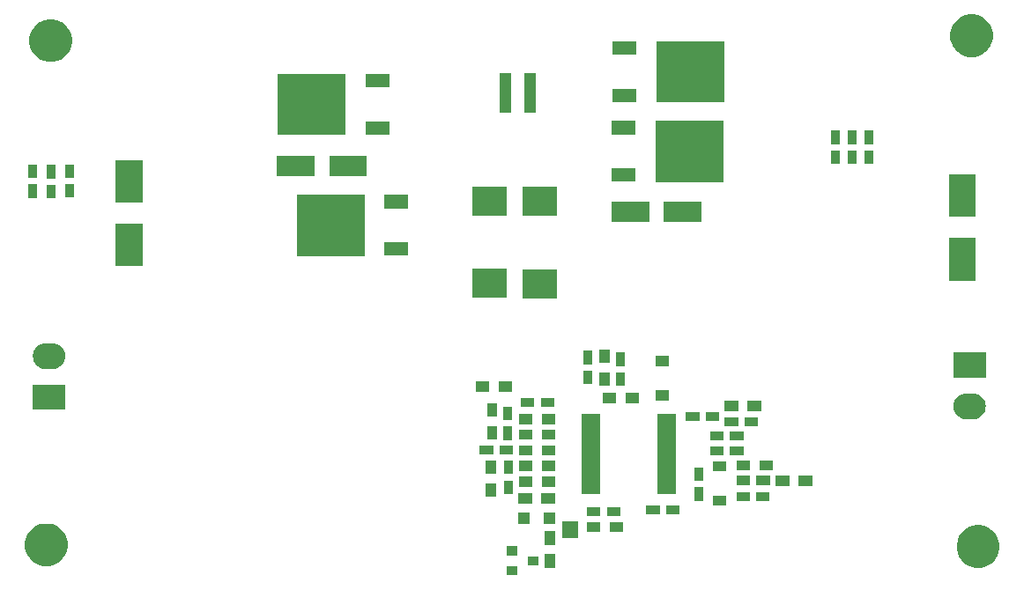
<source format=gbr>
G04 #@! TF.GenerationSoftware,KiCad,Pcbnew,(5.1.0-0)*
G04 #@! TF.CreationDate,2019-05-11T17:44:57+01:00*
G04 #@! TF.ProjectId,LTC3780,4c544333-3738-4302-9e6b-696361645f70,rev?*
G04 #@! TF.SameCoordinates,Original*
G04 #@! TF.FileFunction,Soldermask,Top*
G04 #@! TF.FilePolarity,Negative*
%FSLAX46Y46*%
G04 Gerber Fmt 4.6, Leading zero omitted, Abs format (unit mm)*
G04 Created by KiCad (PCBNEW (5.1.0-0)) date 2019-05-11 17:44:57*
%MOMM*%
%LPD*%
G04 APERTURE LIST*
%ADD10C,0.100000*%
G04 APERTURE END LIST*
D10*
G36*
X168586260Y-104464040D02*
G01*
X167584260Y-104464040D01*
X167584260Y-103562040D01*
X168586260Y-103562040D01*
X168586260Y-104464040D01*
X168586260Y-104464040D01*
G37*
G36*
X213435014Y-99719258D02*
G01*
X213808271Y-99873866D01*
X213808273Y-99873867D01*
X213900908Y-99935764D01*
X214144196Y-100098324D01*
X214429876Y-100384004D01*
X214654334Y-100719929D01*
X214808942Y-101093186D01*
X214887760Y-101489433D01*
X214887760Y-101893447D01*
X214808942Y-102289694D01*
X214695304Y-102564040D01*
X214654333Y-102662953D01*
X214429876Y-102998876D01*
X214144196Y-103284556D01*
X213808273Y-103509013D01*
X213808272Y-103509014D01*
X213808271Y-103509014D01*
X213435014Y-103663622D01*
X213038767Y-103742440D01*
X212634753Y-103742440D01*
X212238506Y-103663622D01*
X211865249Y-103509014D01*
X211865248Y-103509014D01*
X211865247Y-103509013D01*
X211529324Y-103284556D01*
X211243644Y-102998876D01*
X211019187Y-102662953D01*
X210978216Y-102564040D01*
X210864578Y-102289694D01*
X210785760Y-101893447D01*
X210785760Y-101489433D01*
X210864578Y-101093186D01*
X211019186Y-100719929D01*
X211243644Y-100384004D01*
X211529324Y-100098324D01*
X211772612Y-99935764D01*
X211865247Y-99873867D01*
X211865249Y-99873866D01*
X212238506Y-99719258D01*
X212634753Y-99640440D01*
X213038767Y-99640440D01*
X213435014Y-99719258D01*
X213435014Y-99719258D01*
G37*
G36*
X172205000Y-103714220D02*
G01*
X171203000Y-103714220D01*
X171203000Y-102412220D01*
X172205000Y-102412220D01*
X172205000Y-103714220D01*
X172205000Y-103714220D01*
G37*
G36*
X123905094Y-99556698D02*
G01*
X124278351Y-99711306D01*
X124278353Y-99711307D01*
X124290252Y-99719258D01*
X124614276Y-99935764D01*
X124899956Y-100221444D01*
X125124414Y-100557369D01*
X125279022Y-100930626D01*
X125357840Y-101326873D01*
X125357840Y-101730887D01*
X125279022Y-102127134D01*
X125124414Y-102500391D01*
X125124413Y-102500393D01*
X124899956Y-102836316D01*
X124614276Y-103121996D01*
X124278353Y-103346453D01*
X124278352Y-103346454D01*
X124278351Y-103346454D01*
X123905094Y-103501062D01*
X123508847Y-103579880D01*
X123104833Y-103579880D01*
X122708586Y-103501062D01*
X122335329Y-103346454D01*
X122335328Y-103346454D01*
X122335327Y-103346453D01*
X121999404Y-103121996D01*
X121713724Y-102836316D01*
X121489267Y-102500393D01*
X121489266Y-102500391D01*
X121334658Y-102127134D01*
X121255840Y-101730887D01*
X121255840Y-101326873D01*
X121334658Y-100930626D01*
X121489266Y-100557369D01*
X121713724Y-100221444D01*
X121999404Y-99935764D01*
X122323428Y-99719258D01*
X122335327Y-99711307D01*
X122335329Y-99711306D01*
X122708586Y-99556698D01*
X123104833Y-99477880D01*
X123508847Y-99477880D01*
X123905094Y-99556698D01*
X123905094Y-99556698D01*
G37*
G36*
X170586260Y-103514040D02*
G01*
X169584260Y-103514040D01*
X169584260Y-102612040D01*
X170586260Y-102612040D01*
X170586260Y-103514040D01*
X170586260Y-103514040D01*
G37*
G36*
X168586260Y-102564040D02*
G01*
X167584260Y-102564040D01*
X167584260Y-101662040D01*
X168586260Y-101662040D01*
X168586260Y-102564040D01*
X168586260Y-102564040D01*
G37*
G36*
X172205000Y-101514220D02*
G01*
X171203000Y-101514220D01*
X171203000Y-100212220D01*
X172205000Y-100212220D01*
X172205000Y-101514220D01*
X172205000Y-101514220D01*
G37*
G36*
X174440480Y-100871920D02*
G01*
X172838480Y-100871920D01*
X172838480Y-99269920D01*
X174440480Y-99269920D01*
X174440480Y-100871920D01*
X174440480Y-100871920D01*
G37*
G36*
X176558520Y-100310300D02*
G01*
X175256520Y-100310300D01*
X175256520Y-99308300D01*
X176558520Y-99308300D01*
X176558520Y-100310300D01*
X176558520Y-100310300D01*
G37*
G36*
X178758520Y-100310300D02*
G01*
X177456520Y-100310300D01*
X177456520Y-99308300D01*
X178758520Y-99308300D01*
X178758520Y-100310300D01*
X178758520Y-100310300D01*
G37*
G36*
X169714680Y-99489080D02*
G01*
X168612680Y-99489080D01*
X168612680Y-98387080D01*
X169714680Y-98387080D01*
X169714680Y-99489080D01*
X169714680Y-99489080D01*
G37*
G36*
X172214680Y-99489080D02*
G01*
X171112680Y-99489080D01*
X171112680Y-98387080D01*
X172214680Y-98387080D01*
X172214680Y-99489080D01*
X172214680Y-99489080D01*
G37*
G36*
X178458660Y-98769720D02*
G01*
X177156660Y-98769720D01*
X177156660Y-97917720D01*
X178458660Y-97917720D01*
X178458660Y-98769720D01*
X178458660Y-98769720D01*
G37*
G36*
X176558660Y-98769720D02*
G01*
X175256660Y-98769720D01*
X175256660Y-97917720D01*
X176558660Y-97917720D01*
X176558660Y-98769720D01*
X176558660Y-98769720D01*
G37*
G36*
X182245720Y-98617320D02*
G01*
X180943720Y-98617320D01*
X180943720Y-97765320D01*
X182245720Y-97765320D01*
X182245720Y-98617320D01*
X182245720Y-98617320D01*
G37*
G36*
X184145720Y-98617320D02*
G01*
X182843720Y-98617320D01*
X182843720Y-97765320D01*
X184145720Y-97765320D01*
X184145720Y-98617320D01*
X184145720Y-98617320D01*
G37*
G36*
X188666880Y-97771840D02*
G01*
X187364880Y-97771840D01*
X187364880Y-96769840D01*
X188666880Y-96769840D01*
X188666880Y-97771840D01*
X188666880Y-97771840D01*
G37*
G36*
X169974840Y-97569640D02*
G01*
X168672840Y-97569640D01*
X168672840Y-96567640D01*
X169974840Y-96567640D01*
X169974840Y-97569640D01*
X169974840Y-97569640D01*
G37*
G36*
X172174840Y-97569640D02*
G01*
X170872840Y-97569640D01*
X170872840Y-96567640D01*
X172174840Y-96567640D01*
X172174840Y-97569640D01*
X172174840Y-97569640D01*
G37*
G36*
X190912200Y-97327000D02*
G01*
X189610200Y-97327000D01*
X189610200Y-96475000D01*
X190912200Y-96475000D01*
X190912200Y-97327000D01*
X190912200Y-97327000D01*
G37*
G36*
X192812200Y-97327000D02*
G01*
X191510200Y-97327000D01*
X191510200Y-96475000D01*
X192812200Y-96475000D01*
X192812200Y-97327000D01*
X192812200Y-97327000D01*
G37*
G36*
X186420040Y-97275180D02*
G01*
X185568040Y-97275180D01*
X185568040Y-95973180D01*
X186420040Y-95973180D01*
X186420040Y-97275180D01*
X186420040Y-97275180D01*
G37*
G36*
X166505240Y-96881620D02*
G01*
X165503240Y-96881620D01*
X165503240Y-95579620D01*
X166505240Y-95579620D01*
X166505240Y-96881620D01*
X166505240Y-96881620D01*
G37*
G36*
X176517500Y-96634500D02*
G01*
X174764500Y-96634500D01*
X174764500Y-88937900D01*
X176517500Y-88937900D01*
X176517500Y-96634500D01*
X176517500Y-96634500D01*
G37*
G36*
X183781900Y-96634500D02*
G01*
X182028900Y-96634500D01*
X182028900Y-88937900D01*
X183781900Y-88937900D01*
X183781900Y-96634500D01*
X183781900Y-96634500D01*
G37*
G36*
X168101560Y-96627480D02*
G01*
X167249560Y-96627480D01*
X167249560Y-95325480D01*
X168101560Y-95325480D01*
X168101560Y-96627480D01*
X168101560Y-96627480D01*
G37*
G36*
X172205320Y-95941500D02*
G01*
X170903320Y-95941500D01*
X170903320Y-94939500D01*
X172205320Y-94939500D01*
X172205320Y-95941500D01*
X172205320Y-95941500D01*
G37*
G36*
X170005320Y-95941500D02*
G01*
X168703320Y-95941500D01*
X168703320Y-94939500D01*
X170005320Y-94939500D01*
X170005320Y-95941500D01*
X170005320Y-95941500D01*
G37*
G36*
X194694120Y-95852600D02*
G01*
X193392120Y-95852600D01*
X193392120Y-94850600D01*
X194694120Y-94850600D01*
X194694120Y-95852600D01*
X194694120Y-95852600D01*
G37*
G36*
X196894120Y-95852600D02*
G01*
X195592120Y-95852600D01*
X195592120Y-94850600D01*
X196894120Y-94850600D01*
X196894120Y-95852600D01*
X196894120Y-95852600D01*
G37*
G36*
X192837600Y-95752200D02*
G01*
X191535600Y-95752200D01*
X191535600Y-94900200D01*
X192837600Y-94900200D01*
X192837600Y-95752200D01*
X192837600Y-95752200D01*
G37*
G36*
X190937600Y-95752200D02*
G01*
X189635600Y-95752200D01*
X189635600Y-94900200D01*
X190937600Y-94900200D01*
X190937600Y-95752200D01*
X190937600Y-95752200D01*
G37*
G36*
X186420040Y-95375180D02*
G01*
X185568040Y-95375180D01*
X185568040Y-94073180D01*
X186420040Y-94073180D01*
X186420040Y-95375180D01*
X186420040Y-95375180D01*
G37*
G36*
X168101560Y-94727480D02*
G01*
X167249560Y-94727480D01*
X167249560Y-93425480D01*
X168101560Y-93425480D01*
X168101560Y-94727480D01*
X168101560Y-94727480D01*
G37*
G36*
X166505240Y-94681620D02*
G01*
X165503240Y-94681620D01*
X165503240Y-93379620D01*
X166505240Y-93379620D01*
X166505240Y-94681620D01*
X166505240Y-94681620D01*
G37*
G36*
X188666880Y-94471840D02*
G01*
X187364880Y-94471840D01*
X187364880Y-93469840D01*
X188666880Y-93469840D01*
X188666880Y-94471840D01*
X188666880Y-94471840D01*
G37*
G36*
X170023100Y-94430200D02*
G01*
X168721100Y-94430200D01*
X168721100Y-93428200D01*
X170023100Y-93428200D01*
X170023100Y-94430200D01*
X170023100Y-94430200D01*
G37*
G36*
X172223100Y-94430200D02*
G01*
X170921100Y-94430200D01*
X170921100Y-93428200D01*
X172223100Y-93428200D01*
X172223100Y-94430200D01*
X172223100Y-94430200D01*
G37*
G36*
X193150160Y-94387020D02*
G01*
X191848160Y-94387020D01*
X191848160Y-93385020D01*
X193150160Y-93385020D01*
X193150160Y-94387020D01*
X193150160Y-94387020D01*
G37*
G36*
X190950160Y-94387020D02*
G01*
X189648160Y-94387020D01*
X189648160Y-93385020D01*
X190950160Y-93385020D01*
X190950160Y-94387020D01*
X190950160Y-94387020D01*
G37*
G36*
X170023100Y-92944300D02*
G01*
X168721100Y-92944300D01*
X168721100Y-91942300D01*
X170023100Y-91942300D01*
X170023100Y-92944300D01*
X170023100Y-92944300D01*
G37*
G36*
X172223100Y-92944300D02*
G01*
X170921100Y-92944300D01*
X170921100Y-91942300D01*
X172223100Y-91942300D01*
X172223100Y-92944300D01*
X172223100Y-92944300D01*
G37*
G36*
X190295060Y-92876920D02*
G01*
X188993060Y-92876920D01*
X188993060Y-92024920D01*
X190295060Y-92024920D01*
X190295060Y-92876920D01*
X190295060Y-92876920D01*
G37*
G36*
X188395060Y-92876920D02*
G01*
X187093060Y-92876920D01*
X187093060Y-92024920D01*
X188395060Y-92024920D01*
X188395060Y-92876920D01*
X188395060Y-92876920D01*
G37*
G36*
X166236100Y-92838820D02*
G01*
X164934100Y-92838820D01*
X164934100Y-91986820D01*
X166236100Y-91986820D01*
X166236100Y-92838820D01*
X166236100Y-92838820D01*
G37*
G36*
X168136100Y-92838820D02*
G01*
X166834100Y-92838820D01*
X166834100Y-91986820D01*
X168136100Y-91986820D01*
X168136100Y-92838820D01*
X168136100Y-92838820D01*
G37*
G36*
X190307760Y-91492620D02*
G01*
X189005760Y-91492620D01*
X189005760Y-90640620D01*
X190307760Y-90640620D01*
X190307760Y-91492620D01*
X190307760Y-91492620D01*
G37*
G36*
X188407760Y-91492620D02*
G01*
X187105760Y-91492620D01*
X187105760Y-90640620D01*
X188407760Y-90640620D01*
X188407760Y-91492620D01*
X188407760Y-91492620D01*
G37*
G36*
X168093940Y-91430640D02*
G01*
X167241940Y-91430640D01*
X167241940Y-90128640D01*
X168093940Y-90128640D01*
X168093940Y-91430640D01*
X168093940Y-91430640D01*
G37*
G36*
X166652560Y-91428240D02*
G01*
X165650560Y-91428240D01*
X165650560Y-90126240D01*
X166652560Y-90126240D01*
X166652560Y-91428240D01*
X166652560Y-91428240D01*
G37*
G36*
X170000240Y-91417760D02*
G01*
X168698240Y-91417760D01*
X168698240Y-90415760D01*
X170000240Y-90415760D01*
X170000240Y-91417760D01*
X170000240Y-91417760D01*
G37*
G36*
X172200240Y-91417760D02*
G01*
X170898240Y-91417760D01*
X170898240Y-90415760D01*
X172200240Y-90415760D01*
X172200240Y-91417760D01*
X172200240Y-91417760D01*
G37*
G36*
X191697140Y-90088000D02*
G01*
X190395140Y-90088000D01*
X190395140Y-89236000D01*
X191697140Y-89236000D01*
X191697140Y-90088000D01*
X191697140Y-90088000D01*
G37*
G36*
X189797140Y-90088000D02*
G01*
X188495140Y-90088000D01*
X188495140Y-89236000D01*
X189797140Y-89236000D01*
X189797140Y-90088000D01*
X189797140Y-90088000D01*
G37*
G36*
X172195160Y-89906460D02*
G01*
X170893160Y-89906460D01*
X170893160Y-88904460D01*
X172195160Y-88904460D01*
X172195160Y-89906460D01*
X172195160Y-89906460D01*
G37*
G36*
X169995160Y-89906460D02*
G01*
X168693160Y-89906460D01*
X168693160Y-88904460D01*
X169995160Y-88904460D01*
X169995160Y-89906460D01*
X169995160Y-89906460D01*
G37*
G36*
X187960800Y-89582540D02*
G01*
X186658800Y-89582540D01*
X186658800Y-88730540D01*
X187960800Y-88730540D01*
X187960800Y-89582540D01*
X187960800Y-89582540D01*
G37*
G36*
X186060800Y-89582540D02*
G01*
X184758800Y-89582540D01*
X184758800Y-88730540D01*
X186060800Y-88730540D01*
X186060800Y-89582540D01*
X186060800Y-89582540D01*
G37*
G36*
X168093940Y-89530640D02*
G01*
X167241940Y-89530640D01*
X167241940Y-88228640D01*
X168093940Y-88228640D01*
X168093940Y-89530640D01*
X168093940Y-89530640D01*
G37*
G36*
X212584218Y-86990839D02*
G01*
X212815320Y-87060943D01*
X213028305Y-87174786D01*
X213214987Y-87327993D01*
X213368194Y-87514675D01*
X213482037Y-87727660D01*
X213552141Y-87958762D01*
X213575812Y-88199100D01*
X213552141Y-88439438D01*
X213482037Y-88670540D01*
X213368194Y-88883525D01*
X213214987Y-89070207D01*
X213028305Y-89223414D01*
X212815320Y-89337257D01*
X212584218Y-89407361D01*
X212404109Y-89425100D01*
X211633651Y-89425100D01*
X211453542Y-89407361D01*
X211222440Y-89337257D01*
X211009455Y-89223414D01*
X210822773Y-89070207D01*
X210669566Y-88883525D01*
X210555723Y-88670540D01*
X210485619Y-88439438D01*
X210461948Y-88199100D01*
X210485619Y-87958762D01*
X210555723Y-87727660D01*
X210669566Y-87514675D01*
X210822773Y-87327993D01*
X211009455Y-87174786D01*
X211222440Y-87060943D01*
X211453542Y-86990839D01*
X211633651Y-86973100D01*
X212404109Y-86973100D01*
X212584218Y-86990839D01*
X212584218Y-86990839D01*
G37*
G36*
X166652560Y-89228240D02*
G01*
X165650560Y-89228240D01*
X165650560Y-87926240D01*
X166652560Y-87926240D01*
X166652560Y-89228240D01*
X166652560Y-89228240D01*
G37*
G36*
X189789380Y-88699960D02*
G01*
X188487380Y-88699960D01*
X188487380Y-87697960D01*
X189789380Y-87697960D01*
X189789380Y-88699960D01*
X189789380Y-88699960D01*
G37*
G36*
X191989380Y-88699960D02*
G01*
X190687380Y-88699960D01*
X190687380Y-87697960D01*
X191989380Y-87697960D01*
X191989380Y-88699960D01*
X191989380Y-88699960D01*
G37*
G36*
X125122000Y-88551200D02*
G01*
X122020000Y-88551200D01*
X122020000Y-86099200D01*
X125122000Y-86099200D01*
X125122000Y-88551200D01*
X125122000Y-88551200D01*
G37*
G36*
X170211200Y-88289680D02*
G01*
X168909200Y-88289680D01*
X168909200Y-87437680D01*
X170211200Y-87437680D01*
X170211200Y-88289680D01*
X170211200Y-88289680D01*
G37*
G36*
X172111200Y-88289680D02*
G01*
X170809200Y-88289680D01*
X170809200Y-87437680D01*
X172111200Y-87437680D01*
X172111200Y-88289680D01*
X172111200Y-88289680D01*
G37*
G36*
X178049500Y-87889700D02*
G01*
X176747500Y-87889700D01*
X176747500Y-86887700D01*
X178049500Y-86887700D01*
X178049500Y-87889700D01*
X178049500Y-87889700D01*
G37*
G36*
X180249500Y-87889700D02*
G01*
X178947500Y-87889700D01*
X178947500Y-86887700D01*
X180249500Y-86887700D01*
X180249500Y-87889700D01*
X180249500Y-87889700D01*
G37*
G36*
X183119520Y-87655020D02*
G01*
X181817520Y-87655020D01*
X181817520Y-86653020D01*
X183119520Y-86653020D01*
X183119520Y-87655020D01*
X183119520Y-87655020D01*
G37*
G36*
X165877820Y-86789880D02*
G01*
X164575820Y-86789880D01*
X164575820Y-85787880D01*
X165877820Y-85787880D01*
X165877820Y-86789880D01*
X165877820Y-86789880D01*
G37*
G36*
X168077820Y-86789880D02*
G01*
X166775820Y-86789880D01*
X166775820Y-85787880D01*
X168077820Y-85787880D01*
X168077820Y-86789880D01*
X168077820Y-86789880D01*
G37*
G36*
X177434860Y-86254260D02*
G01*
X176432860Y-86254260D01*
X176432860Y-84952260D01*
X177434860Y-84952260D01*
X177434860Y-86254260D01*
X177434860Y-86254260D01*
G37*
G36*
X178891480Y-86238880D02*
G01*
X178039480Y-86238880D01*
X178039480Y-84936880D01*
X178891480Y-84936880D01*
X178891480Y-86238880D01*
X178891480Y-86238880D01*
G37*
G36*
X175729180Y-86061080D02*
G01*
X174877180Y-86061080D01*
X174877180Y-84759080D01*
X175729180Y-84759080D01*
X175729180Y-86061080D01*
X175729180Y-86061080D01*
G37*
G36*
X213569880Y-85465100D02*
G01*
X210467880Y-85465100D01*
X210467880Y-83013100D01*
X213569880Y-83013100D01*
X213569880Y-85465100D01*
X213569880Y-85465100D01*
G37*
G36*
X124136338Y-82156939D02*
G01*
X124367440Y-82227043D01*
X124580425Y-82340886D01*
X124767107Y-82494093D01*
X124920314Y-82680775D01*
X125034157Y-82893760D01*
X125104261Y-83124862D01*
X125127932Y-83365200D01*
X125104261Y-83605538D01*
X125034157Y-83836640D01*
X124920314Y-84049625D01*
X124767107Y-84236307D01*
X124580425Y-84389514D01*
X124367440Y-84503357D01*
X124136338Y-84573461D01*
X123956229Y-84591200D01*
X123185771Y-84591200D01*
X123005662Y-84573461D01*
X122774560Y-84503357D01*
X122561575Y-84389514D01*
X122374893Y-84236307D01*
X122221686Y-84049625D01*
X122107843Y-83836640D01*
X122037739Y-83605538D01*
X122014068Y-83365200D01*
X122037739Y-83124862D01*
X122107843Y-82893760D01*
X122221686Y-82680775D01*
X122374893Y-82494093D01*
X122561575Y-82340886D01*
X122774560Y-82227043D01*
X123005662Y-82156939D01*
X123185771Y-82139200D01*
X123956229Y-82139200D01*
X124136338Y-82156939D01*
X124136338Y-82156939D01*
G37*
G36*
X183119520Y-84355020D02*
G01*
X181817520Y-84355020D01*
X181817520Y-83353020D01*
X183119520Y-83353020D01*
X183119520Y-84355020D01*
X183119520Y-84355020D01*
G37*
G36*
X178891480Y-84338880D02*
G01*
X178039480Y-84338880D01*
X178039480Y-83036880D01*
X178891480Y-83036880D01*
X178891480Y-84338880D01*
X178891480Y-84338880D01*
G37*
G36*
X175729180Y-84161080D02*
G01*
X174877180Y-84161080D01*
X174877180Y-82859080D01*
X175729180Y-82859080D01*
X175729180Y-84161080D01*
X175729180Y-84161080D01*
G37*
G36*
X177434860Y-84054260D02*
G01*
X176432860Y-84054260D01*
X176432860Y-82752260D01*
X177434860Y-82752260D01*
X177434860Y-84054260D01*
X177434860Y-84054260D01*
G37*
G36*
X172397420Y-77807340D02*
G01*
X169095420Y-77807340D01*
X169095420Y-75005340D01*
X172397420Y-75005340D01*
X172397420Y-77807340D01*
X172397420Y-77807340D01*
G37*
G36*
X167561260Y-77796880D02*
G01*
X164259260Y-77796880D01*
X164259260Y-74994880D01*
X167561260Y-74994880D01*
X167561260Y-77796880D01*
X167561260Y-77796880D01*
G37*
G36*
X212629000Y-76109240D02*
G01*
X210027000Y-76109240D01*
X210027000Y-72007240D01*
X212629000Y-72007240D01*
X212629000Y-76109240D01*
X212629000Y-76109240D01*
G37*
G36*
X132593600Y-74747800D02*
G01*
X129991600Y-74747800D01*
X129991600Y-70645800D01*
X132593600Y-70645800D01*
X132593600Y-74747800D01*
X132593600Y-74747800D01*
G37*
G36*
X153881200Y-73743340D02*
G01*
X147379200Y-73743340D01*
X147379200Y-67841340D01*
X153881200Y-67841340D01*
X153881200Y-73743340D01*
X153881200Y-73743340D01*
G37*
G36*
X158081200Y-73723340D02*
G01*
X155779200Y-73723340D01*
X155779200Y-72421340D01*
X158081200Y-72421340D01*
X158081200Y-73723340D01*
X158081200Y-73723340D01*
G37*
G36*
X181253260Y-70468260D02*
G01*
X177651260Y-70468260D01*
X177651260Y-68566260D01*
X181253260Y-68566260D01*
X181253260Y-70468260D01*
X181253260Y-70468260D01*
G37*
G36*
X186253260Y-70468260D02*
G01*
X182651260Y-70468260D01*
X182651260Y-68566260D01*
X186253260Y-68566260D01*
X186253260Y-70468260D01*
X186253260Y-70468260D01*
G37*
G36*
X212629000Y-70009240D02*
G01*
X210027000Y-70009240D01*
X210027000Y-65907240D01*
X212629000Y-65907240D01*
X212629000Y-70009240D01*
X212629000Y-70009240D01*
G37*
G36*
X172397420Y-69907340D02*
G01*
X169095420Y-69907340D01*
X169095420Y-67105340D01*
X172397420Y-67105340D01*
X172397420Y-69907340D01*
X172397420Y-69907340D01*
G37*
G36*
X167561260Y-69896880D02*
G01*
X164259260Y-69896880D01*
X164259260Y-67094880D01*
X167561260Y-67094880D01*
X167561260Y-69896880D01*
X167561260Y-69896880D01*
G37*
G36*
X158081200Y-69163340D02*
G01*
X155779200Y-69163340D01*
X155779200Y-67861340D01*
X158081200Y-67861340D01*
X158081200Y-69163340D01*
X158081200Y-69163340D01*
G37*
G36*
X132593600Y-68647800D02*
G01*
X129991600Y-68647800D01*
X129991600Y-64545800D01*
X132593600Y-64545800D01*
X132593600Y-68647800D01*
X132593600Y-68647800D01*
G37*
G36*
X124197660Y-68184560D02*
G01*
X123345660Y-68184560D01*
X123345660Y-66882560D01*
X124197660Y-66882560D01*
X124197660Y-68184560D01*
X124197660Y-68184560D01*
G37*
G36*
X122394260Y-68176940D02*
G01*
X121542260Y-68176940D01*
X121542260Y-66874940D01*
X122394260Y-66874940D01*
X122394260Y-68176940D01*
X122394260Y-68176940D01*
G37*
G36*
X125973120Y-68141380D02*
G01*
X125121120Y-68141380D01*
X125121120Y-66839380D01*
X125973120Y-66839380D01*
X125973120Y-68141380D01*
X125973120Y-68141380D01*
G37*
G36*
X188348420Y-66631340D02*
G01*
X181846420Y-66631340D01*
X181846420Y-60729340D01*
X188348420Y-60729340D01*
X188348420Y-66631340D01*
X188348420Y-66631340D01*
G37*
G36*
X179948420Y-66611340D02*
G01*
X177646420Y-66611340D01*
X177646420Y-65309340D01*
X179948420Y-65309340D01*
X179948420Y-66611340D01*
X179948420Y-66611340D01*
G37*
G36*
X124197660Y-66284560D02*
G01*
X123345660Y-66284560D01*
X123345660Y-64982560D01*
X124197660Y-64982560D01*
X124197660Y-66284560D01*
X124197660Y-66284560D01*
G37*
G36*
X122394260Y-66276940D02*
G01*
X121542260Y-66276940D01*
X121542260Y-64974940D01*
X122394260Y-64974940D01*
X122394260Y-66276940D01*
X122394260Y-66276940D01*
G37*
G36*
X125973120Y-66241380D02*
G01*
X125121120Y-66241380D01*
X125121120Y-64939380D01*
X125973120Y-64939380D01*
X125973120Y-66241380D01*
X125973120Y-66241380D01*
G37*
G36*
X154089880Y-66058820D02*
G01*
X150487880Y-66058820D01*
X150487880Y-64156820D01*
X154089880Y-64156820D01*
X154089880Y-66058820D01*
X154089880Y-66058820D01*
G37*
G36*
X149089880Y-66058820D02*
G01*
X145487880Y-66058820D01*
X145487880Y-64156820D01*
X149089880Y-64156820D01*
X149089880Y-66058820D01*
X149089880Y-66058820D01*
G37*
G36*
X199584860Y-64887640D02*
G01*
X198732860Y-64887640D01*
X198732860Y-63585640D01*
X199584860Y-63585640D01*
X199584860Y-64887640D01*
X199584860Y-64887640D01*
G37*
G36*
X201182520Y-64885100D02*
G01*
X200330520Y-64885100D01*
X200330520Y-63583100D01*
X201182520Y-63583100D01*
X201182520Y-64885100D01*
X201182520Y-64885100D01*
G37*
G36*
X202808120Y-64885100D02*
G01*
X201956120Y-64885100D01*
X201956120Y-63583100D01*
X202808120Y-63583100D01*
X202808120Y-64885100D01*
X202808120Y-64885100D01*
G37*
G36*
X199584860Y-62987640D02*
G01*
X198732860Y-62987640D01*
X198732860Y-61685640D01*
X199584860Y-61685640D01*
X199584860Y-62987640D01*
X199584860Y-62987640D01*
G37*
G36*
X201182520Y-62985100D02*
G01*
X200330520Y-62985100D01*
X200330520Y-61683100D01*
X201182520Y-61683100D01*
X201182520Y-62985100D01*
X201182520Y-62985100D01*
G37*
G36*
X202808120Y-62985100D02*
G01*
X201956120Y-62985100D01*
X201956120Y-61683100D01*
X202808120Y-61683100D01*
X202808120Y-62985100D01*
X202808120Y-62985100D01*
G37*
G36*
X152072720Y-62122840D02*
G01*
X145570720Y-62122840D01*
X145570720Y-56220840D01*
X152072720Y-56220840D01*
X152072720Y-62122840D01*
X152072720Y-62122840D01*
G37*
G36*
X156272720Y-62102840D02*
G01*
X153970720Y-62102840D01*
X153970720Y-60800840D01*
X156272720Y-60800840D01*
X156272720Y-62102840D01*
X156272720Y-62102840D01*
G37*
G36*
X179948420Y-62051340D02*
G01*
X177646420Y-62051340D01*
X177646420Y-60749340D01*
X179948420Y-60749340D01*
X179948420Y-62051340D01*
X179948420Y-62051340D01*
G37*
G36*
X167945960Y-60003500D02*
G01*
X166863960Y-60003500D01*
X166863960Y-56201500D01*
X167945960Y-56201500D01*
X167945960Y-60003500D01*
X167945960Y-60003500D01*
G37*
G36*
X170315960Y-60003500D02*
G01*
X169233960Y-60003500D01*
X169233960Y-56201500D01*
X170315960Y-56201500D01*
X170315960Y-60003500D01*
X170315960Y-60003500D01*
G37*
G36*
X188424040Y-58996100D02*
G01*
X181922040Y-58996100D01*
X181922040Y-53094100D01*
X188424040Y-53094100D01*
X188424040Y-58996100D01*
X188424040Y-58996100D01*
G37*
G36*
X180024040Y-58976100D02*
G01*
X177722040Y-58976100D01*
X177722040Y-57674100D01*
X180024040Y-57674100D01*
X180024040Y-58976100D01*
X180024040Y-58976100D01*
G37*
G36*
X156272720Y-57542840D02*
G01*
X153970720Y-57542840D01*
X153970720Y-56240840D01*
X156272720Y-56240840D01*
X156272720Y-57542840D01*
X156272720Y-57542840D01*
G37*
G36*
X124331814Y-51065558D02*
G01*
X124705071Y-51220166D01*
X124705073Y-51220167D01*
X124780497Y-51270564D01*
X125040996Y-51444624D01*
X125326676Y-51730304D01*
X125551134Y-52066229D01*
X125705742Y-52439486D01*
X125784560Y-52835733D01*
X125784560Y-53239747D01*
X125705742Y-53635994D01*
X125602420Y-53885436D01*
X125551133Y-54009253D01*
X125326676Y-54345176D01*
X125040996Y-54630856D01*
X124705073Y-54855313D01*
X124705072Y-54855314D01*
X124705071Y-54855314D01*
X124331814Y-55009922D01*
X123935567Y-55088740D01*
X123531553Y-55088740D01*
X123135306Y-55009922D01*
X122762049Y-54855314D01*
X122762048Y-54855314D01*
X122762047Y-54855313D01*
X122426124Y-54630856D01*
X122140444Y-54345176D01*
X121915987Y-54009253D01*
X121864700Y-53885436D01*
X121761378Y-53635994D01*
X121682560Y-53239747D01*
X121682560Y-52835733D01*
X121761378Y-52439486D01*
X121915986Y-52066229D01*
X122140444Y-51730304D01*
X122426124Y-51444624D01*
X122686623Y-51270564D01*
X122762047Y-51220167D01*
X122762049Y-51220166D01*
X123135306Y-51065558D01*
X123531553Y-50986740D01*
X123935567Y-50986740D01*
X124331814Y-51065558D01*
X124331814Y-51065558D01*
G37*
G36*
X212805094Y-50605818D02*
G01*
X213178351Y-50760426D01*
X213178353Y-50760427D01*
X213514276Y-50984884D01*
X213799956Y-51270564D01*
X214024414Y-51606489D01*
X214179022Y-51979746D01*
X214257840Y-52375993D01*
X214257840Y-52780007D01*
X214179022Y-53176254D01*
X214152722Y-53239747D01*
X214024413Y-53549513D01*
X213799956Y-53885436D01*
X213514276Y-54171116D01*
X213178353Y-54395573D01*
X213178352Y-54395574D01*
X213178351Y-54395574D01*
X212805094Y-54550182D01*
X212408847Y-54629000D01*
X212004833Y-54629000D01*
X211608586Y-54550182D01*
X211235329Y-54395574D01*
X211235328Y-54395574D01*
X211235327Y-54395573D01*
X210899404Y-54171116D01*
X210613724Y-53885436D01*
X210389267Y-53549513D01*
X210260958Y-53239747D01*
X210234658Y-53176254D01*
X210155840Y-52780007D01*
X210155840Y-52375993D01*
X210234658Y-51979746D01*
X210389266Y-51606489D01*
X210613724Y-51270564D01*
X210899404Y-50984884D01*
X211235327Y-50760427D01*
X211235329Y-50760426D01*
X211608586Y-50605818D01*
X212004833Y-50527000D01*
X212408847Y-50527000D01*
X212805094Y-50605818D01*
X212805094Y-50605818D01*
G37*
G36*
X180024040Y-54416100D02*
G01*
X177722040Y-54416100D01*
X177722040Y-53114100D01*
X180024040Y-53114100D01*
X180024040Y-54416100D01*
X180024040Y-54416100D01*
G37*
M02*

</source>
